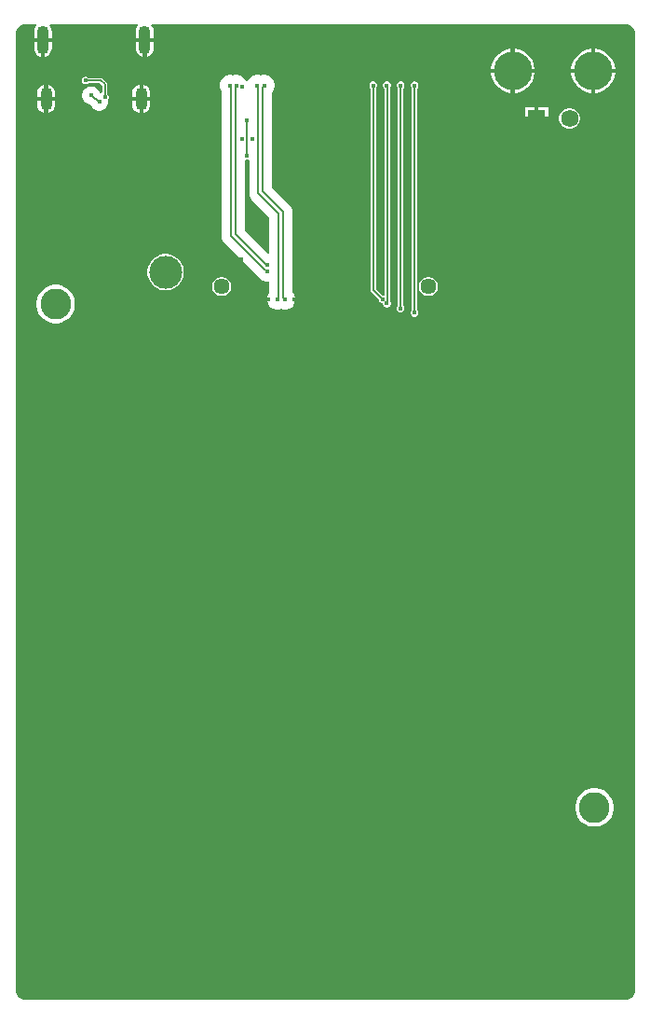
<source format=gbl>
G04*
G04 #@! TF.GenerationSoftware,Altium Limited,Altium Designer,22.4.2 (48)*
G04*
G04 Layer_Physical_Order=4*
G04 Layer_Color=16711680*
%FSLAX44Y44*%
%MOMM*%
G71*
G04*
G04 #@! TF.SameCoordinates,3E136D79-123B-44AF-942A-25470D1848A4*
G04*
G04*
G04 #@! TF.FilePolarity,Positive*
G04*
G01*
G75*
%ADD14C,0.1500*%
%ADD68C,0.1750*%
%ADD69C,0.1670*%
%ADD76O,1.1000X2.6000*%
%ADD77O,1.1000X2.1000*%
%ADD78C,2.8000*%
%ADD79C,3.0000*%
%ADD80C,3.5000*%
%ADD81C,1.5900*%
%ADD82R,1.5900X1.5900*%
%ADD83C,1.4500*%
%ADD84C,0.4000*%
%ADD95R,3.3500X1.6500*%
G36*
X559485Y888448D02*
X561371Y887788D01*
X563063Y886726D01*
X564476Y885313D01*
X565538Y883621D01*
X566198Y881735D01*
X566441Y879578D01*
X566441Y11922D01*
X566198Y9765D01*
X565538Y7879D01*
X564476Y6187D01*
X563063Y4774D01*
X561371Y3712D01*
X559485Y3052D01*
X557328Y2809D01*
X12172D01*
X10015Y3052D01*
X8129Y3711D01*
X6437Y4774D01*
X5024Y6187D01*
X3961Y7879D01*
X3302Y9765D01*
X3059Y11922D01*
X3058Y879578D01*
X3302Y881735D01*
X3961Y883621D01*
X5024Y885313D01*
X6437Y886726D01*
X8129Y887788D01*
X10015Y888448D01*
X12172Y888691D01*
X21621D01*
X22082Y887790D01*
X22206Y887191D01*
X21027Y885655D01*
X20217Y883699D01*
X19941Y881600D01*
Y876005D01*
X28050D01*
X36159D01*
Y881600D01*
X35883Y883699D01*
X35073Y885655D01*
X33894Y887191D01*
X34018Y887790D01*
X34479Y888691D01*
X114020D01*
X114481Y887792D01*
X114606Y887191D01*
X113427Y885655D01*
X112617Y883699D01*
X112341Y881600D01*
Y876005D01*
X120450D01*
X128559D01*
Y881600D01*
X128283Y883699D01*
X127473Y885655D01*
X126294Y887191D01*
X126419Y887792D01*
X126880Y888691D01*
X557328D01*
X559485Y888448D01*
D02*
G37*
%LPC*%
G36*
X128559Y872195D02*
X122355D01*
Y858742D01*
X122549Y858767D01*
X124505Y859577D01*
X126184Y860866D01*
X127473Y862545D01*
X128283Y864501D01*
X128559Y866600D01*
Y872195D01*
D02*
G37*
G36*
X118545D02*
X112341D01*
Y866600D01*
X112617Y864501D01*
X113427Y862545D01*
X114716Y860866D01*
X116395Y859577D01*
X118351Y858767D01*
X118545Y858742D01*
Y872195D01*
D02*
G37*
G36*
X36159Y872195D02*
X29955D01*
Y858741D01*
X30149Y858767D01*
X32105Y859577D01*
X33784Y860866D01*
X35073Y862545D01*
X35883Y864501D01*
X36159Y866600D01*
Y872195D01*
D02*
G37*
G36*
X26145D02*
X19941D01*
Y866600D01*
X20217Y864501D01*
X21027Y862545D01*
X22316Y860866D01*
X23995Y859577D01*
X25951Y858767D01*
X26145Y858741D01*
Y872195D01*
D02*
G37*
G36*
X530224Y865990D02*
X530155D01*
Y847855D01*
X548290D01*
Y847924D01*
X547520Y851796D01*
X546009Y855443D01*
X543816Y858725D01*
X541025Y861516D01*
X537743Y863709D01*
X534095Y865220D01*
X530224Y865990D01*
D02*
G37*
G36*
X457224D02*
X457155D01*
Y847855D01*
X475290D01*
Y847924D01*
X474520Y851796D01*
X473009Y855443D01*
X470816Y858725D01*
X468025Y861516D01*
X464743Y863709D01*
X461095Y865220D01*
X457224Y865990D01*
D02*
G37*
G36*
X526345D02*
X526276D01*
X522405Y865220D01*
X518758Y863709D01*
X515475Y861516D01*
X512684Y858725D01*
X510491Y855443D01*
X508980Y851796D01*
X508210Y847924D01*
Y847855D01*
X526345D01*
Y865990D01*
D02*
G37*
G36*
X453345D02*
X453276D01*
X449404Y865220D01*
X445757Y863709D01*
X442475Y861516D01*
X439684Y858725D01*
X437491Y855443D01*
X435980Y851796D01*
X435210Y847924D01*
Y847855D01*
X453345D01*
Y865990D01*
D02*
G37*
G36*
X205001Y842250D02*
X202499D01*
X201000Y841848D01*
X199501Y842250D01*
X196999D01*
X194583Y841603D01*
X192417Y840352D01*
X190648Y838583D01*
X189397Y836417D01*
X188750Y834001D01*
Y831499D01*
X189397Y829083D01*
X190508Y827160D01*
Y695937D01*
X190508Y695937D01*
X190795Y693761D01*
X191634Y691733D01*
X192970Y689992D01*
X223327Y659635D01*
X223327Y659635D01*
X224130Y659019D01*
X224478Y658417D01*
X226247Y656648D01*
X228413Y655397D01*
X230829Y654750D01*
X233331D01*
X234008Y654230D01*
Y644943D01*
X233648Y644583D01*
X232397Y642417D01*
X231750Y640001D01*
Y637499D01*
X232397Y635083D01*
X233648Y632917D01*
X235417Y631148D01*
X237583Y629897D01*
X239999Y629250D01*
X242501D01*
X244500Y629786D01*
X246499Y629250D01*
X249001D01*
X251417Y629897D01*
X253583Y631148D01*
X255352Y632917D01*
X256603Y635083D01*
X257250Y637499D01*
Y640001D01*
X256603Y642417D01*
X255352Y644583D01*
X254992Y644943D01*
Y718040D01*
X254706Y720216D01*
X253866Y722243D01*
X252530Y723985D01*
X252530Y723985D01*
X236492Y740022D01*
Y826557D01*
X236852Y826917D01*
X238103Y829083D01*
X238750Y831499D01*
Y834001D01*
X238103Y836417D01*
X236852Y838583D01*
X235083Y840352D01*
X232917Y841603D01*
X230501Y842250D01*
X227999D01*
X226000Y841714D01*
X224001Y842250D01*
X221499D01*
X219083Y841603D01*
X216917Y840352D01*
X215148Y838583D01*
X214074Y836722D01*
X213302Y836562D01*
X213198D01*
X212426Y836722D01*
X211352Y838583D01*
X209583Y840352D01*
X207417Y841603D01*
X205001Y842250D01*
D02*
G37*
G36*
X548290Y844045D02*
X530155D01*
Y825910D01*
X530224D01*
X534095Y826680D01*
X537743Y828191D01*
X541025Y830384D01*
X543816Y833175D01*
X546009Y836458D01*
X547520Y840105D01*
X548290Y843976D01*
Y844045D01*
D02*
G37*
G36*
X526345D02*
X508210D01*
Y843976D01*
X508980Y840105D01*
X510491Y836458D01*
X512684Y833175D01*
X515475Y830384D01*
X518758Y828191D01*
X522405Y826680D01*
X526276Y825910D01*
X526345D01*
Y844045D01*
D02*
G37*
G36*
X475290D02*
X457155D01*
Y825910D01*
X457224D01*
X461095Y826680D01*
X464743Y828191D01*
X468025Y830384D01*
X470816Y833175D01*
X473009Y836458D01*
X474520Y840105D01*
X475290Y843976D01*
Y844045D01*
D02*
G37*
G36*
X453345D02*
X435210D01*
Y843976D01*
X435980Y840105D01*
X437491Y836458D01*
X439684Y833175D01*
X442475Y830384D01*
X445757Y828191D01*
X449404Y826680D01*
X453276Y825910D01*
X453345D01*
Y844045D01*
D02*
G37*
G36*
X67446Y840750D02*
X66054D01*
X64767Y840217D01*
X63783Y839233D01*
X63250Y837946D01*
Y836554D01*
X63783Y835267D01*
X64767Y834283D01*
X66054Y833750D01*
X67446D01*
X68733Y834283D01*
X69406Y834956D01*
X79800D01*
X81956Y832800D01*
Y826539D01*
X80766Y825626D01*
X80354Y825736D01*
X79379Y826485D01*
X79289Y826522D01*
X79205Y826838D01*
X78152Y828662D01*
X76662Y830152D01*
X74838Y831205D01*
X72803Y831750D01*
X70697D01*
X68662Y831205D01*
X66838Y830152D01*
X65348Y828662D01*
X64295Y826838D01*
X63750Y824803D01*
Y822697D01*
X64295Y820662D01*
X65348Y818838D01*
X66838Y817348D01*
X68662Y816295D01*
X69668Y816026D01*
X70117Y815576D01*
X71553Y814474D01*
X72014Y814284D01*
X72848Y812838D01*
X74338Y811348D01*
X76162Y810295D01*
X78197Y809750D01*
X80303D01*
X82338Y810295D01*
X84162Y811348D01*
X85652Y812838D01*
X86705Y814662D01*
X87250Y816697D01*
Y818803D01*
X86934Y819984D01*
X87217Y820267D01*
X87750Y821554D01*
Y822946D01*
X87217Y824233D01*
X86544Y824906D01*
Y833750D01*
X86544Y833750D01*
X86369Y834628D01*
X85872Y835372D01*
X85872Y835372D01*
X82372Y838872D01*
X81628Y839369D01*
X80750Y839544D01*
X69406D01*
X68733Y840217D01*
X67446Y840750D01*
D02*
G37*
G36*
X119355Y833359D02*
Y822405D01*
X125559D01*
Y825500D01*
X125283Y827599D01*
X124473Y829555D01*
X123184Y831234D01*
X121505Y832523D01*
X119549Y833333D01*
X119355Y833359D01*
D02*
G37*
G36*
X115545Y833359D02*
X115351Y833333D01*
X113395Y832523D01*
X111716Y831234D01*
X110427Y829555D01*
X109617Y827599D01*
X109341Y825500D01*
Y822405D01*
X115545D01*
Y833359D01*
D02*
G37*
G36*
X32955Y833359D02*
Y822405D01*
X39159D01*
Y825500D01*
X38883Y827599D01*
X38073Y829555D01*
X36784Y831234D01*
X35105Y832523D01*
X33149Y833333D01*
X32955Y833359D01*
D02*
G37*
G36*
X29145D02*
X28951Y833333D01*
X26995Y832523D01*
X25316Y831234D01*
X24027Y829555D01*
X23217Y827599D01*
X22941Y825500D01*
Y822405D01*
X29145D01*
Y833359D01*
D02*
G37*
G36*
X115545Y818595D02*
X109341D01*
Y815500D01*
X109617Y813401D01*
X110427Y811445D01*
X111716Y809766D01*
X113395Y808477D01*
X115351Y807667D01*
X115545Y807642D01*
Y818595D01*
D02*
G37*
G36*
X29145Y818595D02*
X22941D01*
Y815500D01*
X23217Y813401D01*
X24027Y811445D01*
X25316Y809766D01*
X26995Y808477D01*
X28951Y807667D01*
X29145Y807642D01*
Y818595D01*
D02*
G37*
G36*
X39159D02*
X32955D01*
Y807642D01*
X33149Y807667D01*
X35105Y808477D01*
X36784Y809766D01*
X38073Y811445D01*
X38883Y813401D01*
X39159Y815500D01*
Y818595D01*
D02*
G37*
G36*
X125559Y818595D02*
X119355D01*
Y807642D01*
X119549Y807667D01*
X121505Y808477D01*
X123184Y809766D01*
X124473Y811445D01*
X125283Y813401D01*
X125559Y815500D01*
Y818595D01*
D02*
G37*
G36*
X487240Y813240D02*
X478655D01*
Y804655D01*
X487240D01*
Y813240D01*
D02*
G37*
G36*
X474845D02*
X466260D01*
Y804655D01*
X474845D01*
Y813240D01*
D02*
G37*
G36*
X507994Y812200D02*
X505506D01*
X503102Y811556D01*
X500948Y810312D01*
X499188Y808552D01*
X497944Y806398D01*
X497300Y803994D01*
Y801506D01*
X497944Y799102D01*
X499188Y796948D01*
X500948Y795188D01*
X503102Y793944D01*
X505506Y793300D01*
X507994D01*
X510398Y793944D01*
X512552Y795188D01*
X514312Y796948D01*
X515556Y799102D01*
X516200Y801506D01*
Y803994D01*
X515556Y806398D01*
X514312Y808552D01*
X512552Y810312D01*
X510398Y811556D01*
X507994Y812200D01*
D02*
G37*
G36*
X487240Y800845D02*
X478655D01*
Y792260D01*
X487240D01*
Y800845D01*
D02*
G37*
G36*
X474845D02*
X466260D01*
Y792260D01*
X474845D01*
Y800845D01*
D02*
G37*
G36*
X141125Y679750D02*
X137875D01*
X134687Y679116D01*
X131684Y677872D01*
X128982Y676066D01*
X126683Y673768D01*
X124878Y671066D01*
X123634Y668063D01*
X123000Y664875D01*
Y661625D01*
X123634Y658437D01*
X124878Y655434D01*
X126683Y652732D01*
X128982Y650434D01*
X131684Y648628D01*
X134687Y647384D01*
X137875Y646750D01*
X141125D01*
X144313Y647384D01*
X147316Y648628D01*
X150018Y650434D01*
X152316Y652732D01*
X154122Y655434D01*
X155366Y658437D01*
X156000Y661625D01*
Y664875D01*
X155366Y668063D01*
X154122Y671066D01*
X152316Y673768D01*
X150018Y676066D01*
X147316Y677872D01*
X144313Y679116D01*
X141125Y679750D01*
D02*
G37*
G36*
X341446Y836250D02*
X340054D01*
X338767Y835717D01*
X337783Y834733D01*
X337250Y833446D01*
Y832054D01*
X337783Y830767D01*
X338704Y829846D01*
Y643079D01*
X337457Y642245D01*
X337446Y642250D01*
X336617D01*
X330631Y648236D01*
Y830181D01*
X331217Y830767D01*
X331750Y832054D01*
Y833446D01*
X331217Y834733D01*
X330233Y835717D01*
X328946Y836250D01*
X327554D01*
X326267Y835717D01*
X325283Y834733D01*
X324750Y833446D01*
Y832054D01*
X325283Y830767D01*
X325869Y830181D01*
Y647250D01*
X326050Y646339D01*
X326567Y645567D01*
X333250Y638883D01*
Y638054D01*
X333783Y636767D01*
X334767Y635783D01*
X336054Y635250D01*
X337250D01*
Y634054D01*
X337783Y632767D01*
X338767Y631783D01*
X340054Y631250D01*
X341446D01*
X342733Y631783D01*
X343717Y632767D01*
X344250Y634054D01*
Y635446D01*
X343717Y636733D01*
X343466Y636984D01*
Y830516D01*
X343717Y830767D01*
X344250Y832054D01*
Y833446D01*
X343717Y834733D01*
X342733Y835717D01*
X341446Y836250D01*
D02*
G37*
G36*
X379652Y659000D02*
X377348D01*
X375123Y658404D01*
X373127Y657252D01*
X371498Y655623D01*
X370346Y653627D01*
X369750Y651402D01*
Y649098D01*
X370346Y646873D01*
X371498Y644877D01*
X373127Y643248D01*
X375123Y642096D01*
X377348Y641500D01*
X379652D01*
X381877Y642096D01*
X383873Y643248D01*
X385502Y644877D01*
X386654Y646873D01*
X387250Y649098D01*
Y651402D01*
X386654Y653627D01*
X385502Y655623D01*
X383873Y657252D01*
X381877Y658404D01*
X379652Y659000D01*
D02*
G37*
G36*
X191652D02*
X189348D01*
X187123Y658404D01*
X185127Y657252D01*
X183498Y655623D01*
X182346Y653627D01*
X181750Y651402D01*
Y649098D01*
X182346Y646873D01*
X183498Y644877D01*
X185127Y643248D01*
X187123Y642096D01*
X189348Y641500D01*
X191652D01*
X193877Y642096D01*
X195873Y643248D01*
X197502Y644877D01*
X198654Y646873D01*
X199250Y649098D01*
Y651402D01*
X198654Y653627D01*
X197502Y655623D01*
X195873Y657252D01*
X193877Y658404D01*
X191652Y659000D01*
D02*
G37*
G36*
X353946Y836250D02*
X352554D01*
X351267Y835717D01*
X350283Y834733D01*
X349750Y833446D01*
Y832054D01*
X350283Y830767D01*
X350815Y830236D01*
Y632938D01*
X350173Y632297D01*
X349641Y631011D01*
Y629618D01*
X350173Y628332D01*
X351158Y627347D01*
X352444Y626814D01*
X353837D01*
X355123Y627347D01*
X356108Y628332D01*
X356641Y629618D01*
Y631011D01*
X356108Y632297D01*
X355576Y632829D01*
Y830126D01*
X356217Y830767D01*
X356750Y832054D01*
Y833446D01*
X356217Y834733D01*
X355233Y835717D01*
X353946Y836250D01*
D02*
G37*
G36*
X366446D02*
X365054D01*
X363767Y835717D01*
X362783Y834733D01*
X362250Y833446D01*
Y832054D01*
X362783Y830767D01*
X363369Y830181D01*
Y628819D01*
X362783Y628233D01*
X362250Y626946D01*
Y625554D01*
X362783Y624267D01*
X363767Y623283D01*
X365054Y622750D01*
X366446D01*
X367733Y623283D01*
X368717Y624267D01*
X369250Y625554D01*
Y626946D01*
X368717Y628233D01*
X368131Y628819D01*
Y830181D01*
X368717Y830767D01*
X369250Y832054D01*
Y833446D01*
X368717Y834733D01*
X367733Y835717D01*
X366446Y836250D01*
D02*
G37*
G36*
X41224Y651750D02*
X37776D01*
X34395Y651077D01*
X31211Y649758D01*
X28344Y647843D01*
X25907Y645406D01*
X23992Y642539D01*
X22673Y639355D01*
X22000Y635974D01*
Y632526D01*
X22673Y629146D01*
X23992Y625961D01*
X25907Y623094D01*
X28344Y620657D01*
X31211Y618742D01*
X34395Y617422D01*
X37776Y616750D01*
X41224D01*
X44605Y617422D01*
X47789Y618742D01*
X50656Y620657D01*
X53093Y623094D01*
X55008Y625961D01*
X56328Y629146D01*
X57000Y632526D01*
Y635974D01*
X56328Y639355D01*
X55008Y642539D01*
X53093Y645406D01*
X50656Y647843D01*
X47789Y649758D01*
X44605Y651077D01*
X41224Y651750D01*
D02*
G37*
G36*
X531224Y194750D02*
X527776D01*
X524395Y194077D01*
X521211Y192758D01*
X518344Y190843D01*
X515907Y188406D01*
X513992Y185539D01*
X512673Y182355D01*
X512000Y178974D01*
Y175526D01*
X512673Y172146D01*
X513992Y168961D01*
X515907Y166094D01*
X518344Y163657D01*
X521211Y161742D01*
X524395Y160422D01*
X527776Y159750D01*
X531224D01*
X534605Y160422D01*
X537789Y161742D01*
X540656Y163657D01*
X543093Y166094D01*
X545008Y168961D01*
X546328Y172146D01*
X547000Y175526D01*
Y178974D01*
X546328Y182355D01*
X545008Y185539D01*
X543093Y188406D01*
X540656Y190843D01*
X537789Y192758D01*
X534605Y194077D01*
X531224Y194750D01*
D02*
G37*
%LPD*%
G36*
X215508Y764427D02*
Y734813D01*
X215508Y734813D01*
X215795Y732637D01*
X216634Y730609D01*
X217970Y728868D01*
X234008Y712830D01*
Y680751D01*
X232508Y680130D01*
X211492Y701146D01*
Y764203D01*
X212884Y765250D01*
X214276D01*
X215508Y764427D01*
D02*
G37*
D14*
X66750Y837250D02*
X80750D01*
X84250Y833750D01*
Y822250D02*
Y833750D01*
D68*
X75911Y820480D02*
X78641Y817750D01*
X71750Y823750D02*
X75020Y820480D01*
X78641Y817750D02*
X79250D01*
X75020Y820480D02*
X75911D01*
D69*
X213580Y768750D02*
Y801250D01*
X198915Y695937D02*
Y830607D01*
X230119Y665580D02*
X231450Y664250D01*
X203085Y697664D02*
X230024Y670725D01*
X198915Y695937D02*
X229272Y665580D01*
X231450Y669750D02*
X232080D01*
X203085Y697664D02*
Y830607D01*
X230024Y670725D02*
X230474D01*
X231450Y664250D02*
X232080D01*
X230474Y670725D02*
X231450Y669750D01*
X229272Y665580D02*
X230119D01*
X228085Y736540D02*
X246585Y718040D01*
Y640546D02*
Y718040D01*
X242415Y640546D02*
Y716313D01*
X223915Y734813D02*
X242415Y716313D01*
X228085Y736540D02*
Y830955D01*
X223915Y734813D02*
Y830955D01*
X328250Y647250D02*
X336750Y638750D01*
X328250Y647250D02*
Y832750D01*
X365750Y626250D02*
Y832750D01*
X340750D02*
X341085Y832415D01*
Y635085D02*
Y832415D01*
X353195Y630369D02*
Y832695D01*
X353250Y832750D01*
X353140Y630314D02*
X353195Y630369D01*
X340750Y634750D02*
X341085Y635085D01*
X203085Y830607D02*
X203304Y830826D01*
Y832304D02*
X203750Y832750D01*
X198696Y830826D02*
X198915Y830607D01*
X198250Y832750D02*
X198696Y832304D01*
X203304Y830826D02*
Y832304D01*
X198696Y830826D02*
Y832304D01*
X228085Y830955D02*
X229250Y832120D01*
X222750D02*
Y832750D01*
Y832120D02*
X223915Y830955D01*
X246585Y640546D02*
X247750Y639380D01*
X229250Y832120D02*
Y832750D01*
X241250Y638750D02*
Y639380D01*
X242415Y640546D01*
X247750Y638750D02*
Y639380D01*
D76*
X28050Y874100D02*
D03*
X120450Y874100D02*
D03*
D77*
X31050Y820500D02*
D03*
X117450D02*
D03*
D78*
X39500Y634250D02*
D03*
X529500Y177250D02*
D03*
D79*
X139500Y663250D02*
D03*
D80*
X528250Y845950D02*
D03*
X455250D02*
D03*
D81*
X506750Y802750D02*
D03*
D82*
X476750D02*
D03*
D83*
X378500Y650250D02*
D03*
X190500D02*
D03*
D84*
X559500Y831250D02*
D03*
X547000Y806250D02*
D03*
X559500Y781250D02*
D03*
X547000Y756250D02*
D03*
X559500Y731250D02*
D03*
X547000Y706250D02*
D03*
X559500Y681250D02*
D03*
X547000Y656250D02*
D03*
X559500Y631250D02*
D03*
X547000Y606250D02*
D03*
X559500Y581250D02*
D03*
X547000Y556250D02*
D03*
X559500Y531250D02*
D03*
X547000Y506250D02*
D03*
X559500Y481250D02*
D03*
X547000Y456250D02*
D03*
X559500Y431250D02*
D03*
X547000Y406250D02*
D03*
X559500Y381250D02*
D03*
X547000Y356250D02*
D03*
X559500Y331250D02*
D03*
X547000Y306250D02*
D03*
X559500Y281250D02*
D03*
X547000Y256250D02*
D03*
X559500Y231250D02*
D03*
X547000Y206250D02*
D03*
X559500Y181250D02*
D03*
X547000Y156250D02*
D03*
X559500Y131250D02*
D03*
X547000Y106250D02*
D03*
X559500Y81250D02*
D03*
X547000Y56250D02*
D03*
X559500Y31250D02*
D03*
X522000Y806250D02*
D03*
X534500Y781250D02*
D03*
X522000Y756250D02*
D03*
X534500Y731250D02*
D03*
X522000Y706250D02*
D03*
X534500Y681250D02*
D03*
X522000Y656250D02*
D03*
X534500Y631250D02*
D03*
X522000Y606250D02*
D03*
X534500Y581250D02*
D03*
X522000Y556250D02*
D03*
X534500Y531250D02*
D03*
X522000Y506250D02*
D03*
X534500Y481250D02*
D03*
X522000Y456250D02*
D03*
X534500Y431250D02*
D03*
X522000Y406250D02*
D03*
X534500Y381250D02*
D03*
X522000Y356250D02*
D03*
X534500Y331250D02*
D03*
X522000Y306250D02*
D03*
X534500Y281250D02*
D03*
X522000Y256250D02*
D03*
X534500Y231250D02*
D03*
X522000Y206250D02*
D03*
X534500Y131250D02*
D03*
X522000Y106250D02*
D03*
X534500Y81250D02*
D03*
X522000Y56250D02*
D03*
X534500Y31250D02*
D03*
X497000Y856250D02*
D03*
X509500Y781250D02*
D03*
X497000Y756250D02*
D03*
X509500Y731250D02*
D03*
X497000Y706250D02*
D03*
X509500Y681250D02*
D03*
X497000Y656250D02*
D03*
X509500Y631250D02*
D03*
X497000Y606250D02*
D03*
X509500Y581250D02*
D03*
X497000Y556250D02*
D03*
X509500Y531250D02*
D03*
X497000Y506250D02*
D03*
X509500Y481250D02*
D03*
X497000Y456250D02*
D03*
X509500Y431250D02*
D03*
X497000Y406250D02*
D03*
X509500Y381250D02*
D03*
X497000Y356250D02*
D03*
X509500Y331250D02*
D03*
X497000Y306250D02*
D03*
X509500Y281250D02*
D03*
X497000Y256250D02*
D03*
X509500Y231250D02*
D03*
X497000Y206250D02*
D03*
Y156250D02*
D03*
X509500Y131250D02*
D03*
X497000Y106250D02*
D03*
X509500Y81250D02*
D03*
X497000Y56250D02*
D03*
X509500Y31250D02*
D03*
X484500Y831250D02*
D03*
Y731250D02*
D03*
X472000Y706250D02*
D03*
X484500Y681250D02*
D03*
X472000Y656250D02*
D03*
X484500Y631250D02*
D03*
X472000Y606250D02*
D03*
X484500Y581250D02*
D03*
X472000Y556250D02*
D03*
X484500Y531250D02*
D03*
X472000Y506250D02*
D03*
X484500Y481250D02*
D03*
X472000Y456250D02*
D03*
X484500Y431250D02*
D03*
X472000Y406250D02*
D03*
X484500Y381250D02*
D03*
X472000Y356250D02*
D03*
X484500Y331250D02*
D03*
X472000Y306250D02*
D03*
X484500Y281250D02*
D03*
X472000Y256250D02*
D03*
X484500Y231250D02*
D03*
X472000Y206250D02*
D03*
X484500Y181250D02*
D03*
X472000Y156250D02*
D03*
X484500Y131250D02*
D03*
X472000Y106250D02*
D03*
X484500Y81250D02*
D03*
X472000Y56250D02*
D03*
X484500Y31250D02*
D03*
X447000Y806250D02*
D03*
X459500Y731250D02*
D03*
X447000Y706250D02*
D03*
X459500Y681250D02*
D03*
X447000Y656250D02*
D03*
X459500Y631250D02*
D03*
X447000Y606250D02*
D03*
X459500Y581250D02*
D03*
X447000Y556250D02*
D03*
X459500Y531250D02*
D03*
X447000Y506250D02*
D03*
X459500Y481250D02*
D03*
X447000Y456250D02*
D03*
X459500Y431250D02*
D03*
X447000Y406250D02*
D03*
X459500Y381250D02*
D03*
X447000Y356250D02*
D03*
X459500Y331250D02*
D03*
X447000Y306250D02*
D03*
X459500Y281250D02*
D03*
X447000Y256250D02*
D03*
X459500Y231250D02*
D03*
X447000Y206250D02*
D03*
X459500Y181250D02*
D03*
X447000Y156250D02*
D03*
X459500Y131250D02*
D03*
X447000Y106250D02*
D03*
X459500Y81250D02*
D03*
X447000Y56250D02*
D03*
X459500Y31250D02*
D03*
X422000Y856250D02*
D03*
Y756250D02*
D03*
X434500Y681250D02*
D03*
X422000Y656250D02*
D03*
X434500Y631250D02*
D03*
X422000Y606250D02*
D03*
X434500Y581250D02*
D03*
X422000Y556250D02*
D03*
X434500Y531250D02*
D03*
X422000Y506250D02*
D03*
X434500Y481250D02*
D03*
X422000Y456250D02*
D03*
X434500Y431250D02*
D03*
X422000Y406250D02*
D03*
X434500Y381250D02*
D03*
X422000Y356250D02*
D03*
X434500Y331250D02*
D03*
X422000Y306250D02*
D03*
X434500Y281250D02*
D03*
X422000Y256250D02*
D03*
X434500Y231250D02*
D03*
X422000Y206250D02*
D03*
X434500Y181250D02*
D03*
X422000Y156250D02*
D03*
X434500Y131250D02*
D03*
X422000Y106250D02*
D03*
X434500Y81250D02*
D03*
X422000Y56250D02*
D03*
X434500Y31250D02*
D03*
X397000Y756250D02*
D03*
X409500Y731250D02*
D03*
Y681250D02*
D03*
X397000Y656250D02*
D03*
X409500Y631250D02*
D03*
X397000Y606250D02*
D03*
X409500Y581250D02*
D03*
X397000Y556250D02*
D03*
X409500Y531250D02*
D03*
X397000Y506250D02*
D03*
X409500Y481250D02*
D03*
X397000Y456250D02*
D03*
X409500Y431250D02*
D03*
X397000Y406250D02*
D03*
X409500Y381250D02*
D03*
X397000Y356250D02*
D03*
X409500Y331250D02*
D03*
X397000Y306250D02*
D03*
X409500Y281250D02*
D03*
X397000Y256250D02*
D03*
X409500Y231250D02*
D03*
X397000Y206250D02*
D03*
X409500Y181250D02*
D03*
X397000Y156250D02*
D03*
X409500Y131250D02*
D03*
X397000Y106250D02*
D03*
X409500Y81250D02*
D03*
X397000Y56250D02*
D03*
X409500Y31250D02*
D03*
X384500Y731250D02*
D03*
Y631250D02*
D03*
X372000Y606250D02*
D03*
X384500Y581250D02*
D03*
X372000Y556250D02*
D03*
X384500Y531250D02*
D03*
X372000Y506250D02*
D03*
X384500Y481250D02*
D03*
X372000Y456250D02*
D03*
X384500Y431250D02*
D03*
X372000Y406250D02*
D03*
X384500Y381250D02*
D03*
X372000Y356250D02*
D03*
X384500Y331250D02*
D03*
X372000Y306250D02*
D03*
X384500Y281250D02*
D03*
X372000Y256250D02*
D03*
X384500Y231250D02*
D03*
X372000Y206250D02*
D03*
X384500Y181250D02*
D03*
X372000Y156250D02*
D03*
X384500Y131250D02*
D03*
X372000Y106250D02*
D03*
X384500Y81250D02*
D03*
X372000Y56250D02*
D03*
X384500Y31250D02*
D03*
X347000Y606250D02*
D03*
X359500Y581250D02*
D03*
X347000Y556250D02*
D03*
X359500Y531250D02*
D03*
X347000Y506250D02*
D03*
X359500Y481250D02*
D03*
X347000Y456250D02*
D03*
X359500Y431250D02*
D03*
X347000Y406250D02*
D03*
X359500Y381250D02*
D03*
X347000Y356250D02*
D03*
X359500Y331250D02*
D03*
X347000Y306250D02*
D03*
X359500Y281250D02*
D03*
X347000Y256250D02*
D03*
X359500Y231250D02*
D03*
X347000Y206250D02*
D03*
X359500Y181250D02*
D03*
X347000Y156250D02*
D03*
X359500Y131250D02*
D03*
X347000Y106250D02*
D03*
X359500Y81250D02*
D03*
X347000Y56250D02*
D03*
X359500Y31250D02*
D03*
X322000Y606250D02*
D03*
X334500Y581250D02*
D03*
X322000Y556250D02*
D03*
X334500Y531250D02*
D03*
X322000Y506250D02*
D03*
X334500Y481250D02*
D03*
X322000Y456250D02*
D03*
X334500Y431250D02*
D03*
X322000Y406250D02*
D03*
X334500Y381250D02*
D03*
X322000Y356250D02*
D03*
X334500Y331250D02*
D03*
X322000Y306250D02*
D03*
X334500Y281250D02*
D03*
X322000Y256250D02*
D03*
X334500Y231250D02*
D03*
X322000Y206250D02*
D03*
X334500Y181250D02*
D03*
X322000Y156250D02*
D03*
X334500Y131250D02*
D03*
X322000Y106250D02*
D03*
X334500Y81250D02*
D03*
X322000Y56250D02*
D03*
X334500Y31250D02*
D03*
X309500Y781250D02*
D03*
X297000Y756250D02*
D03*
X309500Y731250D02*
D03*
X297000Y706250D02*
D03*
X309500Y631250D02*
D03*
X297000Y606250D02*
D03*
X309500Y581250D02*
D03*
X297000Y556250D02*
D03*
X309500Y531250D02*
D03*
X297000Y506250D02*
D03*
X309500Y481250D02*
D03*
X297000Y456250D02*
D03*
X309500Y431250D02*
D03*
X297000Y406250D02*
D03*
X309500Y381250D02*
D03*
X297000Y356250D02*
D03*
X309500Y331250D02*
D03*
X297000Y306250D02*
D03*
X309500Y281250D02*
D03*
X297000Y256250D02*
D03*
X309500Y231250D02*
D03*
X297000Y206250D02*
D03*
X309500Y181250D02*
D03*
X297000Y156250D02*
D03*
X309500Y131250D02*
D03*
X297000Y106250D02*
D03*
X309500Y81250D02*
D03*
X297000Y56250D02*
D03*
X309500Y31250D02*
D03*
X272000Y856250D02*
D03*
X284500Y831250D02*
D03*
X272000Y756250D02*
D03*
X284500Y731250D02*
D03*
X272000Y706250D02*
D03*
Y606250D02*
D03*
X284500Y581250D02*
D03*
X272000Y556250D02*
D03*
X284500Y531250D02*
D03*
X272000Y506250D02*
D03*
X284500Y481250D02*
D03*
X272000Y456250D02*
D03*
X284500Y431250D02*
D03*
X272000Y406250D02*
D03*
X284500Y381250D02*
D03*
X272000Y356250D02*
D03*
X284500Y331250D02*
D03*
X272000Y306250D02*
D03*
X284500Y281250D02*
D03*
X272000Y256250D02*
D03*
X284500Y231250D02*
D03*
X272000Y206250D02*
D03*
X284500Y181250D02*
D03*
X272000Y156250D02*
D03*
X284500Y131250D02*
D03*
X272000Y106250D02*
D03*
X284500Y81250D02*
D03*
X272000Y56250D02*
D03*
X284500Y31250D02*
D03*
X247000Y756250D02*
D03*
X259500Y731250D02*
D03*
X247000Y606250D02*
D03*
X259500Y581250D02*
D03*
X247000Y556250D02*
D03*
X259500Y531250D02*
D03*
X247000Y506250D02*
D03*
X259500Y481250D02*
D03*
X247000Y456250D02*
D03*
X259500Y431250D02*
D03*
X247000Y406250D02*
D03*
X259500Y381250D02*
D03*
X247000Y356250D02*
D03*
X259500Y331250D02*
D03*
X247000Y306250D02*
D03*
X259500Y281250D02*
D03*
X247000Y256250D02*
D03*
X259500Y231250D02*
D03*
X247000Y206250D02*
D03*
X259500Y181250D02*
D03*
X247000Y156250D02*
D03*
X259500Y131250D02*
D03*
X247000Y106250D02*
D03*
X259500Y81250D02*
D03*
X247000Y56250D02*
D03*
X259500Y31250D02*
D03*
X222000Y706250D02*
D03*
Y606250D02*
D03*
X234500Y581250D02*
D03*
X222000Y556250D02*
D03*
X234500Y531250D02*
D03*
X222000Y506250D02*
D03*
X234500Y481250D02*
D03*
X222000Y456250D02*
D03*
X234500Y431250D02*
D03*
X222000Y406250D02*
D03*
X234500Y381250D02*
D03*
X222000Y356250D02*
D03*
X234500Y331250D02*
D03*
X222000Y306250D02*
D03*
X234500Y281250D02*
D03*
X222000Y256250D02*
D03*
X234500Y231250D02*
D03*
X222000Y206250D02*
D03*
X234500Y181250D02*
D03*
X222000Y156250D02*
D03*
X234500Y131250D02*
D03*
X222000Y106250D02*
D03*
X234500Y81250D02*
D03*
X222000Y56250D02*
D03*
X234500Y31250D02*
D03*
X209500Y831250D02*
D03*
X197000Y606250D02*
D03*
X209500Y581250D02*
D03*
X197000Y556250D02*
D03*
X209500Y531250D02*
D03*
X197000Y506250D02*
D03*
X209500Y481250D02*
D03*
X197000Y456250D02*
D03*
X209500Y431250D02*
D03*
X197000Y406250D02*
D03*
X209500Y381250D02*
D03*
X197000Y356250D02*
D03*
X209500Y331250D02*
D03*
X197000Y306250D02*
D03*
X209500Y281250D02*
D03*
X197000Y256250D02*
D03*
X209500Y231250D02*
D03*
X197000Y206250D02*
D03*
X209500Y181250D02*
D03*
X197000Y156250D02*
D03*
X209500Y131250D02*
D03*
X197000Y106250D02*
D03*
X209500Y81250D02*
D03*
X197000Y56250D02*
D03*
X209500Y31250D02*
D03*
X172000Y756250D02*
D03*
X184500Y731250D02*
D03*
X172000Y706250D02*
D03*
X184500Y681250D02*
D03*
X172000Y656250D02*
D03*
Y606250D02*
D03*
X184500Y581250D02*
D03*
X172000Y556250D02*
D03*
X184500Y531250D02*
D03*
X172000Y506250D02*
D03*
X184500Y481250D02*
D03*
X172000Y456250D02*
D03*
X184500Y431250D02*
D03*
X172000Y406250D02*
D03*
X184500Y381250D02*
D03*
X172000Y356250D02*
D03*
X184500Y331250D02*
D03*
X172000Y306250D02*
D03*
X184500Y281250D02*
D03*
X172000Y256250D02*
D03*
X184500Y231250D02*
D03*
X172000Y206250D02*
D03*
X184500Y181250D02*
D03*
X172000Y156250D02*
D03*
X184500Y131250D02*
D03*
X172000Y106250D02*
D03*
X184500Y81250D02*
D03*
X172000Y56250D02*
D03*
X184500Y31250D02*
D03*
X147000Y856250D02*
D03*
X159500Y831250D02*
D03*
X147000Y806250D02*
D03*
X159500Y781250D02*
D03*
X147000Y756250D02*
D03*
X159500Y731250D02*
D03*
X147000Y706250D02*
D03*
X159500Y681250D02*
D03*
X147000Y606250D02*
D03*
X159500Y581250D02*
D03*
X147000Y556250D02*
D03*
X159500Y531250D02*
D03*
X147000Y506250D02*
D03*
X159500Y481250D02*
D03*
X147000Y456250D02*
D03*
X159500Y431250D02*
D03*
X147000Y406250D02*
D03*
X159500Y381250D02*
D03*
X147000Y356250D02*
D03*
X159500Y331250D02*
D03*
X147000Y306250D02*
D03*
X159500Y281250D02*
D03*
X147000Y256250D02*
D03*
X159500Y231250D02*
D03*
X147000Y206250D02*
D03*
X159500Y181250D02*
D03*
X147000Y156250D02*
D03*
X159500Y131250D02*
D03*
X147000Y106250D02*
D03*
X159500Y81250D02*
D03*
X147000Y56250D02*
D03*
X159500Y31250D02*
D03*
X134500Y831250D02*
D03*
X122000Y756250D02*
D03*
X134500Y731250D02*
D03*
X122000Y706250D02*
D03*
Y606250D02*
D03*
X134500Y581250D02*
D03*
X122000Y556250D02*
D03*
X134500Y531250D02*
D03*
X122000Y506250D02*
D03*
X134500Y481250D02*
D03*
X122000Y456250D02*
D03*
X134500Y431250D02*
D03*
X122000Y406250D02*
D03*
X134500Y381250D02*
D03*
X122000Y356250D02*
D03*
X134500Y331250D02*
D03*
X122000Y306250D02*
D03*
X134500Y281250D02*
D03*
X122000Y256250D02*
D03*
X134500Y231250D02*
D03*
X122000Y206250D02*
D03*
X134500Y181250D02*
D03*
X122000Y156250D02*
D03*
X134500Y131250D02*
D03*
X122000Y106250D02*
D03*
X134500Y81250D02*
D03*
X122000Y56250D02*
D03*
X134500Y31250D02*
D03*
X97000Y856250D02*
D03*
X109500Y781250D02*
D03*
X97000Y756250D02*
D03*
X109500Y731250D02*
D03*
X97000Y706250D02*
D03*
X109500Y681250D02*
D03*
X97000Y606250D02*
D03*
X109500Y581250D02*
D03*
X97000Y556250D02*
D03*
X109500Y531250D02*
D03*
X97000Y506250D02*
D03*
X109500Y481250D02*
D03*
X97000Y456250D02*
D03*
X109500Y431250D02*
D03*
X97000Y406250D02*
D03*
X109500Y381250D02*
D03*
X97000Y356250D02*
D03*
X109500Y331250D02*
D03*
X97000Y306250D02*
D03*
X109500Y281250D02*
D03*
X97000Y256250D02*
D03*
X109500Y231250D02*
D03*
X97000Y206250D02*
D03*
X109500Y181250D02*
D03*
X97000Y156250D02*
D03*
X109500Y131250D02*
D03*
X97000Y106250D02*
D03*
X109500Y81250D02*
D03*
X97000Y56250D02*
D03*
X109500Y31250D02*
D03*
X72000Y856250D02*
D03*
X84500Y631250D02*
D03*
X72000Y606250D02*
D03*
X84500Y581250D02*
D03*
X72000Y556250D02*
D03*
X84500Y531250D02*
D03*
X72000Y506250D02*
D03*
X84500Y481250D02*
D03*
X72000Y456250D02*
D03*
X84500Y431250D02*
D03*
X72000Y406250D02*
D03*
X84500Y381250D02*
D03*
X72000Y356250D02*
D03*
X84500Y331250D02*
D03*
X72000Y306250D02*
D03*
X84500Y281250D02*
D03*
X72000Y256250D02*
D03*
X84500Y231250D02*
D03*
X72000Y206250D02*
D03*
X84500Y181250D02*
D03*
X72000Y156250D02*
D03*
X84500Y131250D02*
D03*
X72000Y106250D02*
D03*
X84500Y81250D02*
D03*
X72000Y56250D02*
D03*
X84500Y31250D02*
D03*
X47000Y856250D02*
D03*
X59500Y781250D02*
D03*
X47000Y756250D02*
D03*
X59500Y731250D02*
D03*
X47000Y706250D02*
D03*
X59500Y681250D02*
D03*
X47000Y656250D02*
D03*
Y606250D02*
D03*
X59500Y581250D02*
D03*
X47000Y556250D02*
D03*
X59500Y531250D02*
D03*
X47000Y506250D02*
D03*
X59500Y481250D02*
D03*
X47000Y456250D02*
D03*
X59500Y431250D02*
D03*
X47000Y406250D02*
D03*
X59500Y381250D02*
D03*
X47000Y356250D02*
D03*
X59500Y331250D02*
D03*
X47000Y306250D02*
D03*
X59500Y281250D02*
D03*
X47000Y256250D02*
D03*
X59500Y231250D02*
D03*
X47000Y206250D02*
D03*
X59500Y181250D02*
D03*
X47000Y156250D02*
D03*
X59500Y131250D02*
D03*
X47000Y106250D02*
D03*
X59500Y81250D02*
D03*
X47000Y56250D02*
D03*
X59500Y31250D02*
D03*
X34500Y781250D02*
D03*
X22000Y756250D02*
D03*
X34500Y731250D02*
D03*
X22000Y706250D02*
D03*
X34500Y681250D02*
D03*
X22000Y656250D02*
D03*
Y606250D02*
D03*
X34500Y581250D02*
D03*
X22000Y556250D02*
D03*
X34500Y531250D02*
D03*
X22000Y506250D02*
D03*
X34500Y481250D02*
D03*
X22000Y456250D02*
D03*
X34500Y431250D02*
D03*
X22000Y406250D02*
D03*
X34500Y381250D02*
D03*
X22000Y356250D02*
D03*
X34500Y331250D02*
D03*
X22000Y306250D02*
D03*
X34500Y281250D02*
D03*
X22000Y256250D02*
D03*
X34500Y231250D02*
D03*
X22000Y206250D02*
D03*
X34500Y181250D02*
D03*
X22000Y156250D02*
D03*
X34500Y131250D02*
D03*
X22000Y106250D02*
D03*
X34500Y81250D02*
D03*
X22000Y56250D02*
D03*
X34500Y31250D02*
D03*
X376250Y777750D02*
D03*
X371250Y782750D02*
D03*
X424250Y825750D02*
D03*
X249750Y774250D02*
D03*
X218250Y783750D02*
D03*
X248750Y780250D02*
D03*
X264750Y781750D02*
D03*
X266250Y810250D02*
D03*
X261750Y814250D02*
D03*
X256750Y826250D02*
D03*
X159750Y808750D02*
D03*
Y817250D02*
D03*
X164250Y823250D02*
D03*
X237750Y780750D02*
D03*
X273750Y783750D02*
D03*
X245750Y793750D02*
D03*
X239250D02*
D03*
X252250Y800750D02*
D03*
X245750D02*
D03*
X252250Y793750D02*
D03*
X265500Y773250D02*
D03*
X208750Y783750D02*
D03*
X213580Y768750D02*
D03*
Y801250D02*
D03*
X319750Y675250D02*
D03*
X358750Y670750D02*
D03*
X266250Y675250D02*
D03*
X531750Y879250D02*
D03*
X506750D02*
D03*
X481750D02*
D03*
X456750D02*
D03*
X431750D02*
D03*
X406750D02*
D03*
X381750D02*
D03*
X356750D02*
D03*
X331750D02*
D03*
X306750D02*
D03*
X281750D02*
D03*
X206750D02*
D03*
X156750D02*
D03*
X131750D02*
D03*
X106750D02*
D03*
X81750D02*
D03*
X56750D02*
D03*
X43750Y834750D02*
D03*
X44250Y806750D02*
D03*
X104750Y834750D02*
D03*
X104250Y806750D02*
D03*
X315750Y832750D02*
D03*
X371250Y801750D02*
D03*
Y792750D02*
D03*
X376250Y787750D02*
D03*
Y797250D02*
D03*
X66750Y837250D02*
D03*
X84250Y822250D02*
D03*
X256750Y638750D02*
D03*
X232750D02*
D03*
X280750D02*
D03*
X208250Y675250D02*
D03*
X232250Y691750D02*
D03*
X256750D02*
D03*
X280750D02*
D03*
X304750D02*
D03*
X359250Y696750D02*
D03*
X347250D02*
D03*
X359250Y691750D02*
D03*
X347250D02*
D03*
X370250Y697250D02*
D03*
Y692250D02*
D03*
Y687250D02*
D03*
Y682250D02*
D03*
X71750Y823750D02*
D03*
X79250Y817750D02*
D03*
X365750Y832750D02*
D03*
Y626250D02*
D03*
X353250Y832750D02*
D03*
X353140Y630314D02*
D03*
X340750Y832750D02*
D03*
Y634750D02*
D03*
X328250Y832750D02*
D03*
X336750Y638750D02*
D03*
X198250Y832750D02*
D03*
X203750D02*
D03*
X232080Y669750D02*
D03*
Y664250D02*
D03*
X229250Y832750D02*
D03*
X222750D02*
D03*
X241250Y638750D02*
D03*
X247750D02*
D03*
D95*
X473500Y794500D02*
D03*
M02*

</source>
